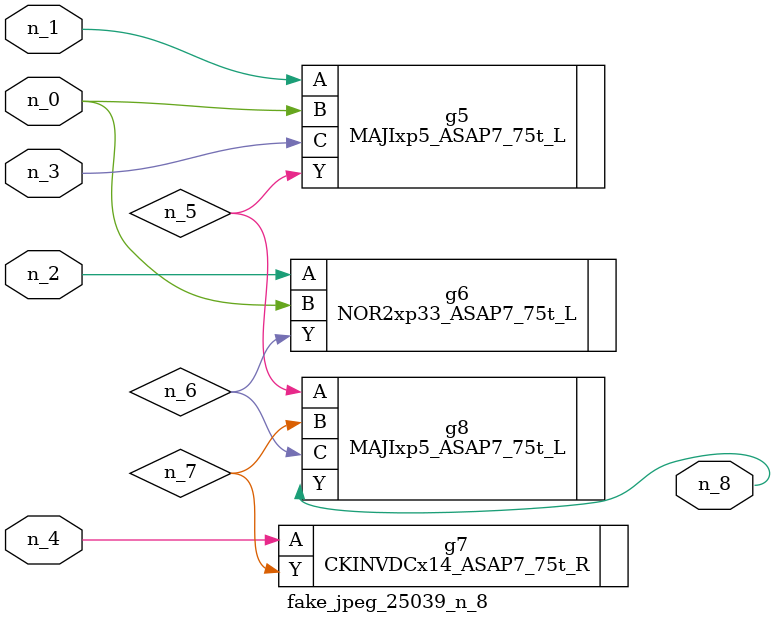
<source format=v>
module fake_jpeg_25039_n_8 (n_3, n_2, n_1, n_0, n_4, n_8);

input n_3;
input n_2;
input n_1;
input n_0;
input n_4;

output n_8;

wire n_6;
wire n_5;
wire n_7;

MAJIxp5_ASAP7_75t_L g5 ( 
.A(n_1),
.B(n_0),
.C(n_3),
.Y(n_5)
);

NOR2xp33_ASAP7_75t_L g6 ( 
.A(n_2),
.B(n_0),
.Y(n_6)
);

CKINVDCx14_ASAP7_75t_R g7 ( 
.A(n_4),
.Y(n_7)
);

MAJIxp5_ASAP7_75t_L g8 ( 
.A(n_5),
.B(n_7),
.C(n_6),
.Y(n_8)
);


endmodule
</source>
